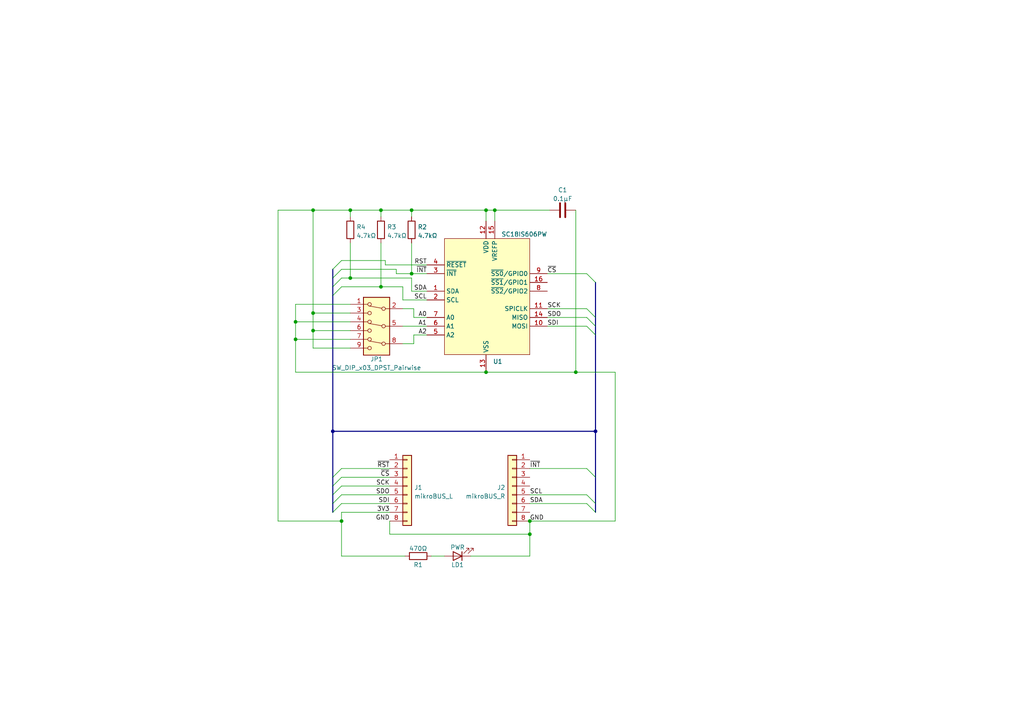
<source format=kicad_sch>
(kicad_sch (version 20211123) (generator eeschema)
  (paper "A4")
  (lib_symbols
    (symbol "Connector_Generic:Conn_01x08" (pin_names (offset 1.016) hide)
      (property "Reference" "J" (at 0 10.16 0))
      (property "Value" "Conn_01x08" (at 0 -12.7 0))
      (symbol "Conn_01x08_1_1"
        (rectangle (start -1.27 -10.033) (end 0 -10.287) (stroke (width 0.1524)))
        (rectangle (start -1.27 -7.493) (end 0 -7.747) (stroke (width 0.1524)))
        (rectangle (start -1.27 -4.953) (end 0 -5.207) (stroke (width 0.1524)))
        (rectangle (start -1.27 -2.413) (end 0 -2.667) (stroke (width 0.1524)))
        (rectangle (start -1.27 0.127) (end 0 -0.127) (stroke (width 0.1524)))
        (rectangle (start -1.27 2.667) (end 0 2.413) (stroke (width 0.1524)))
        (rectangle (start -1.27 5.207) (end 0 4.953) (stroke (width 0.1524)))
        (rectangle (start -1.27 7.747) (end 0 7.493) (stroke (width 0.1524)))
        (rectangle (start -1.27 8.89) (end 1.27 -11.43) (stroke (width 0.254)) (fill (type background)))
        (pin passive line (at -5.08 7.62 0) (length 3.81) (name "Pin_1") (number "1"))
        (pin passive line (at -5.08 5.08 0) (length 3.81) (name "Pin_2") (number "2"))
        (pin passive line (at -5.08 2.54 0) (length 3.81) (name "Pin_3") (number "3"))
        (pin passive line (at -5.08 0 0) (length 3.81) (name "Pin_4") (number "4"))
        (pin passive line (at -5.08 -2.54 0) (length 3.81) (name "Pin_5") (number "5"))
        (pin passive line (at -5.08 -5.08 0) (length 3.81) (name "Pin_6") (number "6"))
        (pin passive line (at -5.08 -7.62 0) (length 3.81) (name "Pin_7") (number "7"))
        (pin passive line (at -5.08 -10.16 0) (length 3.81) (name "Pin_8") (number "8"))
      )
    )
    (symbol "Device:C" (pin_numbers hide) (pin_names (offset 0.254))
      (property "Reference" "C" (at 0.635 2.54 0))
      (property "Value" "C" (at 0.635 -2.54 0))
      (symbol "C_0_1"
        (polyline (pts (xy -2.032 -0.762) (xy 2.032 -0.762)) (stroke (width 0.508)))
        (polyline (pts (xy -2.032 0.762) (xy 2.032 0.762)) (stroke (width 0.508)))
      )
      (symbol "C_1_1"
        (pin passive line (at 0 3.81 270) (length 2.794) (name "~") (number "1"))
        (pin passive line (at 0 -3.81 90) (length 2.794) (name "~") (number "2"))
      )
    )
    (symbol "Device:LED" (pin_numbers hide) (pin_names (offset 1.016) hide)
      (property "Reference" "D" (at 0 2.54 0))
      (property "Value" "LED" (at 0 -2.54 0))
      (symbol "LED_0_1"
        (polyline (pts (xy -1.27 -1.27) (xy -1.27 1.27)) (stroke (width 0.254)))
        (polyline (pts (xy -1.27 0) (xy 1.27 0)))
        (polyline (pts (xy 1.27 -1.27) (xy 1.27 1.27) (xy -1.27 0) (xy 1.27 -1.27)) (stroke (width 0.254)))
        (polyline (pts (xy -3.048 -0.762) (xy -4.572 -2.286) (xy -3.81 -2.286) (xy -4.572 -2.286) (xy -4.572 -1.524)))
        (polyline (pts (xy -1.778 -0.762) (xy -3.302 -2.286) (xy -2.54 -2.286) (xy -3.302 -2.286) (xy -3.302 -1.524)))
      )
      (symbol "LED_1_1"
        (pin passive line (at -3.81 0 0) (length 2.54) (name "K") (number "1"))
        (pin passive line (at 3.81 0 180) (length 2.54) (name "A") (number "2"))
      )
    )
    (symbol "Device:R" (pin_numbers hide) (pin_names (offset 0))
      (property "Reference" "R" (at 2.032 0 90))
      (property "Value" "R" (at 0 0 90))
      (symbol "R_0_1"
        (rectangle (start -1.016 -2.54) (end 1.016 2.54) (stroke (width 0.254)))
      )
      (symbol "R_1_1"
        (pin passive line (at 0 3.81 270) (length 1.27) (name "~") (number "1"))
        (pin passive line (at 0 -3.81 90) (length 1.27) (name "~") (number "2"))
      )
    )
    (symbol "Interface_I2C:SC18IS606PW"
      (property "Reference" "U" (at 10.795 17.78 0))
      (property "Value" "SC18IS606PW" (at 7.112 -18.542 0))
      (symbol "SC18IS606PW_0_1"
        (rectangle (start -12.065 16.51) (end 12.7 -17.145) (stroke (width 0.1524)) (fill (type background)))
      )
      (symbol "SC18IS606PW_1_1"
        (pin bidirectional line (at -17.145 1.27 0) (length 5.08) (name "SDA") (number "1"))
        (pin output line (at 17.78 -8.89 180) (length 5.08) (name "MOSI") (number "10"))
        (pin output line (at 17.78 -3.81 180) (length 5.08) (name "SPICLK") (number "11"))
        (pin power_in line (at 0 21.59 270) (length 5.08) (name "VDD") (number "12"))
        (pin power_in line (at 0 -22.225 90) (length 5.08) (name "VSS") (number "13"))
        (pin input line (at 17.78 -6.35 180) (length 5.08) (name "MISO") (number "14"))
        (pin power_in line (at 2.54 21.59 270) (length 5.08) (name "VREFP") (number "15"))
        (pin bidirectional line (at 17.78 3.81 180) (length 5.08) (name "~{SS1}/GPIO1") (number "16"))
        (pin input line (at -17.145 -1.27 0) (length 5.08) (name "SCL") (number "2"))
        (pin output line (at -17.145 6.35 0) (length 5.08) (name "~{INT}") (number "3"))
        (pin input line (at -17.145 8.89 0) (length 5.08) (name "~{RESET}") (number "4"))
        (pin input line (at -17.145 -11.43 0) (length 5.08) (name "A2") (number "5"))
        (pin input line (at -17.145 -8.89 0) (length 5.08) (name "A1") (number "6"))
        (pin input line (at -17.145 -6.35 0) (length 5.08) (name "A0") (number "7"))
        (pin bidirectional line (at 17.78 1.27 180) (length 5.08) (name "~{SS2}/GPIO2") (number "8"))
        (pin bidirectional line (at 17.78 6.35 180) (length 5.08) (name "~{SS0}/GPIO0") (number "9"))
      )
    )
    (symbol "Switch_Pairwise:SW_DIP_x03_SPDT_Pairwise" (pin_names (offset 0) hide)
      (property "Reference" "JP1" (at 0 -9.5281 0))
      (property "Value" "SW_DIP_x03_SPDT_Pairwise" (at 0 -12.065 0))
      (symbol "SW_DIP_x03_SPDT_Pairwise_0_0"
        (circle (center -2.032 -5.08) (radius 0.508))
        (circle (center -2.032 0) (radius 0.508))
        (circle (center -2.032 5.08) (radius 0.508))
        (polyline (pts (xy -1.524 -4.953) (xy 2.032 -4.318)))
        (polyline (pts (xy -1.524 0.127) (xy 2.032 0.762)))
        (polyline (pts (xy -1.524 5.207) (xy 2.032 5.842)))
        (circle (center 2.032 -6.35) (radius 0.508))
        (circle (center 2.032 -3.81) (radius 0.508))
        (circle (center 2.032 -1.27) (radius 0.508))
        (circle (center 2.032 1.27) (radius 0.508))
        (circle (center 2.032 3.81) (radius 0.508))
        (circle (center 2.032 6.35) (radius 0.508))
      )
      (symbol "SW_DIP_x03_SPDT_Pairwise_0_1"
        (rectangle (start -3.81 8.382) (end 3.81 -8.382) (stroke (width 0.254)) (fill (type background)))
      )
      (symbol "SW_DIP_x03_SPDT_Pairwise_1_1"
        (pin passive line (at 7.62 6.35 180) (length 5.08) (name "~") (number "1"))
        (pin passive line (at -7.62 5.08 0) (length 5.08) (name "~") (number "2"))
        (pin passive line (at 7.62 3.81 180) (length 5.08) (name "~") (number "3"))
        (pin passive line (at 7.62 1.27 180) (length 5.08) (name "~") (number "4"))
        (pin passive line (at -7.62 0 0) (length 5.08) (name "~") (number "5"))
        (pin passive line (at 7.62 -1.27 180) (length 5.08) (name "~") (number "6"))
        (pin passive line (at 7.62 -3.81 180) (length 5.08) (name "~") (number "7"))
        (pin passive line (at -7.62 -5.08 0) (length 5.08) (name "~") (number "8"))
        (pin passive line (at 7.62 -6.35 180) (length 5.08) (name "~") (number "9"))
      )
    )
  )
  (junction (at 85.725 98.425))
  (junction (at 167.005 107.95))
  (junction (at 101.6 80.645))
  (junction (at 101.6 60.96))
  (junction (at 110.49 60.96))
  (junction (at 153.67 151.13))
  (junction (at 90.805 60.96))
  (junction (at 99.06 151.13))
  (junction (at 110.49 83.185))
  (junction (at 90.805 90.805))
  (junction (at 153.67 154.94))
  (junction (at 172.72 125.095))
  (junction (at 119.38 79.375))
  (junction (at 143.51 60.96))
  (junction (at 140.97 60.96))
  (junction (at 90.805 95.885))
  (junction (at 119.38 60.96))
  (junction (at 140.97 107.95))
  (junction (at 85.725 93.345))
  (junction (at 96.52 125.095))
  (bus_entry (at 99.06 83.185) (size -2.54 2.54))
  (bus_entry (at 99.06 80.645) (size -2.54 2.54))
  (bus_entry (at 170.18 79.375) (size 2.54 2.54))
  (bus_entry (at 99.06 78.105) (size -2.54 2.54))
  (bus_entry (at 99.06 75.565) (size -2.54 2.54))
  (bus_entry (at 99.06 140.97) (size -2.54 2.54))
  (bus_entry (at 99.06 146.05) (size -2.54 2.54))
  (bus_entry (at 99.06 143.51) (size -2.54 2.54))
  (bus_entry (at 170.18 135.89) (size 2.54 2.54))
  (bus_entry (at 170.18 143.51) (size 2.54 2.54))
  (bus_entry (at 170.18 146.05) (size 2.54 2.54))
  (bus_entry (at 99.06 138.43) (size -2.54 2.54))
  (bus_entry (at 99.06 135.89) (size -2.54 2.54))
  (bus_entry (at 170.18 92.075) (size 2.54 2.54))
  (bus_entry (at 170.18 89.535) (size 2.54 2.54))
  (bus_entry (at 170.18 94.615) (size 2.54 2.54))
  (wire (pts (xy 99.06 135.89) (xy 113.03 135.89)))
  (wire (pts (xy 113.03 151.13) (xy 113.03 154.94)))
  (wire (pts (xy 119.38 70.485) (xy 119.38 79.375)))
  (bus (pts (xy 96.52 125.095) (xy 96.52 138.43)))
  (wire (pts (xy 110.49 83.185) (xy 116.84 83.185)))
  (wire (pts (xy 140.97 107.95) (xy 85.725 107.95)))
  (bus (pts (xy 96.52 140.97) (xy 96.52 143.51)))
  (wire (pts (xy 101.6 95.885) (xy 90.805 95.885)))
  (wire (pts (xy 123.825 79.375) (xy 119.38 79.375)))
  (wire (pts (xy 116.84 94.615) (xy 123.825 94.615)))
  (wire (pts (xy 120.015 99.695) (xy 116.84 99.695)))
  (bus (pts (xy 172.72 146.05) (xy 172.72 148.59)))
  (wire (pts (xy 90.805 90.805) (xy 90.805 60.96)))
  (wire (pts (xy 120.015 92.075) (xy 120.015 89.535)))
  (wire (pts (xy 85.725 98.425) (xy 85.725 93.345)))
  (wire (pts (xy 110.49 62.865) (xy 110.49 60.96)))
  (wire (pts (xy 101.6 100.965) (xy 90.805 100.965)))
  (bus (pts (xy 96.52 143.51) (xy 96.52 146.05)))
  (wire (pts (xy 123.825 76.835) (xy 111.76 76.835)))
  (wire (pts (xy 99.06 146.05) (xy 113.03 146.05)))
  (wire (pts (xy 128.905 161.29) (xy 125.095 161.29)))
  (wire (pts (xy 90.805 60.96) (xy 101.6 60.96)))
  (wire (pts (xy 80.645 151.13) (xy 80.645 60.96)))
  (wire (pts (xy 167.005 60.96) (xy 167.005 107.95)))
  (wire (pts (xy 167.005 107.95) (xy 140.97 107.95)))
  (wire (pts (xy 113.03 154.94) (xy 153.67 154.94)))
  (wire (pts (xy 158.75 94.615) (xy 170.18 94.615)))
  (wire (pts (xy 99.06 138.43) (xy 113.03 138.43)))
  (wire (pts (xy 167.005 107.95) (xy 178.435 107.95)))
  (wire (pts (xy 158.75 79.375) (xy 170.18 79.375)))
  (wire (pts (xy 113.03 148.59) (xy 99.06 148.59)))
  (bus (pts (xy 96.52 146.05) (xy 96.52 148.59)))
  (wire (pts (xy 123.825 97.155) (xy 120.015 97.155)))
  (wire (pts (xy 85.725 93.345) (xy 101.6 93.345)))
  (wire (pts (xy 110.49 70.485) (xy 110.49 83.185)))
  (wire (pts (xy 119.38 79.375) (xy 114.935 79.375)))
  (bus (pts (xy 172.72 125.095) (xy 172.72 138.43)))
  (wire (pts (xy 99.06 161.29) (xy 99.06 151.13)))
  (wire (pts (xy 123.825 92.075) (xy 120.015 92.075)))
  (bus (pts (xy 96.52 85.725) (xy 96.52 125.095)))
  (wire (pts (xy 110.49 60.96) (xy 119.38 60.96)))
  (wire (pts (xy 140.97 64.135) (xy 140.97 60.96)))
  (wire (pts (xy 153.67 154.94) (xy 153.67 161.29)))
  (bus (pts (xy 172.72 138.43) (xy 172.72 146.05)))
  (wire (pts (xy 99.06 83.185) (xy 110.49 83.185)))
  (wire (pts (xy 99.06 151.13) (xy 80.645 151.13)))
  (wire (pts (xy 123.825 86.995) (xy 116.84 86.995)))
  (wire (pts (xy 101.6 62.865) (xy 101.6 60.96)))
  (wire (pts (xy 85.725 98.425) (xy 101.6 98.425)))
  (wire (pts (xy 114.935 78.105) (xy 99.06 78.105)))
  (bus (pts (xy 172.72 94.615) (xy 172.72 97.155)))
  (wire (pts (xy 85.725 107.95) (xy 85.725 98.425)))
  (wire (pts (xy 153.67 146.05) (xy 170.18 146.05)))
  (wire (pts (xy 153.67 151.13) (xy 153.67 154.94)))
  (wire (pts (xy 111.76 75.565) (xy 99.06 75.565)))
  (wire (pts (xy 143.51 60.96) (xy 159.385 60.96)))
  (wire (pts (xy 99.06 80.645) (xy 101.6 80.645)))
  (wire (pts (xy 85.725 88.265) (xy 101.6 88.265)))
  (wire (pts (xy 178.435 151.13) (xy 178.435 107.95)))
  (wire (pts (xy 140.97 60.96) (xy 119.38 60.96)))
  (wire (pts (xy 85.725 93.345) (xy 85.725 88.265)))
  (wire (pts (xy 123.825 84.455) (xy 119.38 84.455)))
  (bus (pts (xy 96.52 78.105) (xy 96.52 80.645)))
  (bus (pts (xy 172.72 92.075) (xy 172.72 94.615)))
  (wire (pts (xy 101.6 60.96) (xy 110.49 60.96)))
  (wire (pts (xy 90.805 95.885) (xy 90.805 90.805)))
  (bus (pts (xy 96.52 83.185) (xy 96.52 85.725)))
  (bus (pts (xy 96.52 80.645) (xy 96.52 83.185)))
  (wire (pts (xy 158.75 89.535) (xy 170.18 89.535)))
  (wire (pts (xy 99.06 148.59) (xy 99.06 151.13)))
  (bus (pts (xy 96.52 138.43) (xy 96.52 140.97)))
  (wire (pts (xy 136.525 161.29) (xy 153.67 161.29)))
  (wire (pts (xy 120.015 97.155) (xy 120.015 99.695)))
  (wire (pts (xy 90.805 100.965) (xy 90.805 95.885)))
  (wire (pts (xy 120.015 89.535) (xy 116.84 89.535)))
  (wire (pts (xy 99.06 143.51) (xy 113.03 143.51)))
  (bus (pts (xy 172.72 81.915) (xy 172.72 92.075)))
  (wire (pts (xy 119.38 84.455) (xy 119.38 80.645)))
  (wire (pts (xy 99.06 140.97) (xy 113.03 140.97)))
  (wire (pts (xy 101.6 70.485) (xy 101.6 80.645)))
  (wire (pts (xy 116.84 86.995) (xy 116.84 83.185)))
  (wire (pts (xy 101.6 90.805) (xy 90.805 90.805)))
  (bus (pts (xy 172.72 97.155) (xy 172.72 125.095)))
  (wire (pts (xy 153.67 151.13) (xy 178.435 151.13)))
  (wire (pts (xy 117.475 161.29) (xy 99.06 161.29)))
  (wire (pts (xy 143.51 60.96) (xy 143.51 64.135)))
  (wire (pts (xy 153.67 143.51) (xy 170.18 143.51)))
  (wire (pts (xy 111.76 76.835) (xy 111.76 75.565)))
  (wire (pts (xy 119.38 60.96) (xy 119.38 62.865)))
  (bus (pts (xy 96.52 125.095) (xy 172.72 125.095)))
  (wire (pts (xy 101.6 80.645) (xy 119.38 80.645)))
  (wire (pts (xy 80.645 60.96) (xy 90.805 60.96)))
  (wire (pts (xy 114.935 79.375) (xy 114.935 78.105)))
  (wire (pts (xy 140.97 60.96) (xy 143.51 60.96)))
  (wire (pts (xy 153.67 135.89) (xy 170.18 135.89)))
  (wire (pts (xy 158.75 92.075) (xy 170.18 92.075)))
  (label "SDO" (at 113.03 143.51 180))
  (label "~{RST}" (at 113.03 135.89 180))
  (label "SCK" (at 158.75 89.535 0))
  (label "SCK" (at 113.03 140.97 180))
  (label "RST" (at 123.825 76.835 180))
  (label "~{CS}" (at 113.03 138.43 180))
  (label "SDI" (at 113.03 146.05 180))
  (label "SDI" (at 158.75 94.615 0))
  (label "SCL" (at 153.67 143.51 0))
  (label "SDA" (at 153.67 146.05 0))
  (label "SDA" (at 123.825 84.455 180))
  (label "~{INT}" (at 153.67 135.89 0))
  (label "~{CS}" (at 158.75 79.375 0))
  (label "~{INT}" (at 123.825 79.375 180))
  (label "3V3" (at 113.03 148.59 180))
  (label "A0" (at 123.825 92.075 180))
  (label "SCL" (at 123.825 86.995 180))
  (label "A2" (at 123.825 97.155 180))
  (label "SDO" (at 158.75 92.075 0))
  (label "GND" (at 113.03 151.13 180))
  (label "A1" (at 123.825 94.615 180))
  (label "GND" (at 153.67 151.13 0))
  (symbol (lib_id "Device:R") (at 121.285 161.29 90) (unit 1)
    (property "Reference" "R1" (at 121.285 163.83 90))
    (property "Value" "470Ω" (at 121.285 159.1111 90))
    (property "Footprint" "Resistor_SMD:R_0805_2012Metric" (effects hide))
    (property "LCSC" "C17673" (effects hide))
    (property "Description" "resistor 470Ω 150V 125mW 0805" (effects hide))
    (property "Package" "0805" (effects hide))
  )
  (symbol (lib_id "Switch_Pairwise:SW_DIP_x03_SPDT_Pairwise") (at 109.22 94.615 0) (mirror y) (unit 1)
    (property "Reference" "JP1" (at 109.22 104.1431 0))
    (property "Value" "SW_DIP_x03_DPST_Pairwise" (at 109.22 106.68 0))
    (property "Footprint" "Connector_PinHeader_2.54mm_Jumper:PinHeader_3x03_P2.54mm_Vertical" (effects hide))
  )
  (symbol (lib_id "Device:R") (at 110.49 66.675 0) (unit 1)
    (property "Reference" "R3" (at 112.268 65.8403 0) (effects (justify left)))
    (property "Value" "4.7kΩ" (at 112.268 68.3772 0) (effects (justify left)))
    (property "Footprint" "Resistor_SMD:R_0402_1005Metric" (effects hide))
    (property "LCSC" "C25900" (effects hide))
    (property "Description" "resistor 4.7kΩ 50V 62.5mW 0402" (effects hide))
    (property "Package" "0402" (effects hide))
  )
  (symbol (lib_id "Device:C") (at 163.195 60.96 90) (unit 1)
    (property "Reference" "C1" (at 163.195 55.1012 90))
    (property "Value" "0.1µF" (at 163.195 57.6381 90))
    (property "Footprint" "Capacitor_SMD:C_0402_1005Metric" (effects hide))
    (property "LCSC" "C307331" (effects hide))
    (property "Description" "ceramic capacitor 0.1µF 50V X7R 0402" (effects hide))
    (property "Package" "0402" (effects hide))
  )
  (symbol (lib_id "Device:R") (at 101.6 66.675 0) (unit 1)
    (property "Reference" "R4" (at 103.378 65.8403 0) (effects (justify left)))
    (property "Value" "4.7kΩ" (at 103.378 68.3772 0) (effects (justify left)))
    (property "Footprint" "Resistor_SMD:R_0402_1005Metric" (effects hide))
    (property "LCSC" "C25900" (effects hide))
    (property "Description" "resistor 4.7kΩ 50V 62.5mW 0402" (effects hide))
    (property "Package" "0402" (effects hide))
  )
  (symbol (lib_id "Connector_Generic:Conn_01x08") (at 118.11 140.97 0) (unit 1)
    (property "Reference" "J1" (at 120.142 141.4053 0) (effects (justify left)))
    (property "Value" "mikroBUS_L" (at 120.142 143.9422 0) (effects (justify left)))
    (property "Footprint" "Connector_PinHeader_2.54mm:PinHeader_1x08_P2.54mm_Vertical" (effects hide))
  )
  (symbol (lib_id "Device:R") (at 119.38 66.675 0) (unit 1)
    (property "Reference" "R2" (at 121.158 65.8403 0) (effects (justify left)))
    (property "Value" "4.7kΩ" (at 121.158 68.3772 0) (effects (justify left)))
    (property "Footprint" "Resistor_SMD:R_0402_1005Metric" (effects hide))
    (property "LCSC" "C25900" (effects hide))
    (property "Description" "resistor 4.7kΩ 50V 62.5mW 0402" (effects hide))
    (property "Package" "0402" (effects hide))
  )
  (symbol (lib_id "Device:LED") (at 132.715 161.29 180) (unit 1)
    (property "Reference" "LD1" (at 132.715 163.83 0))
    (property "Value" "PWR" (at 132.715 158.75 0))
    (property "Footprint" "LED_SMD:LED_0805_2012Metric" (effects hide))
    (property "LCSC" "C73548" (effects hide))
    (property "Model" "17-21SYGC/S530-E2/TR8" (effects hide))
    (property "Description" "LED green 0805" (effects hide))
    (property "Manufacturer" "Everlight" (effects hide))
    (property "Package" "0805" (effects hide))
  )
  (symbol (lib_id "Connector_Generic:Conn_01x08") (at 148.59 140.97 0) (mirror y) (unit 1)
    (property "Reference" "J2" (at 146.558 141.4053 0) (effects (justify left)))
    (property "Value" "mikroBUS_R" (at 146.558 143.9422 0) (effects (justify left)))
    (property "Footprint" "Connector_PinHeader_2.54mm:PinHeader_1x08_P2.54mm_Vertical" (effects hide))
  )
  (symbol (lib_id "Interface_I2C:SC18IS606PW") (at 140.97 85.725 0) (unit 1)
    (property "Reference" "U1" (at 142.9894 104.8496 0) (effects (justify left)))
    (property "Value" "SC18IS606PW" (at 145.415 67.945 0) (effects (justify left)))
    (property "Footprint" "Package_SO:TSSOP-16_4.4x5mm_P0.65mm" (effects hide))
    (property "LCSC" "C5190384" (effects hide))
    (property "Description" "I2C" (effects hide))
    (property "Manufacturer" "NXP" (effects hide))
    (property "Model" "SC18IS606PW" (effects hide))
    (property "Package" "TSSOP-16" (effects hide))
  )
)
</source>
